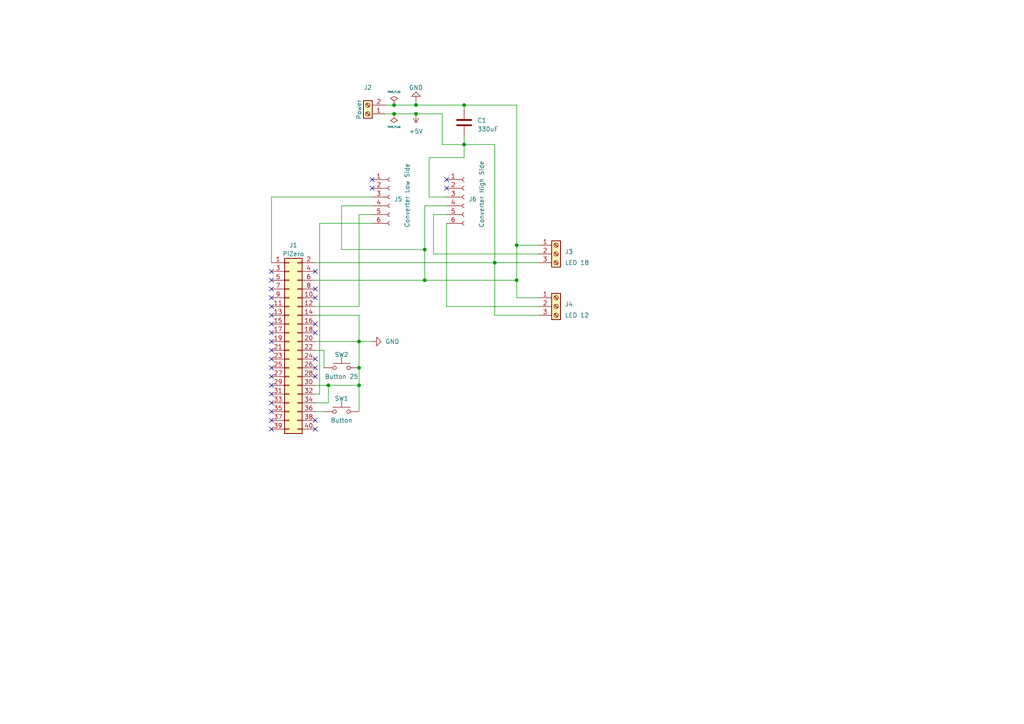
<source format=kicad_sch>
(kicad_sch (version 20230121) (generator eeschema)
  (paper "A4")
  (title_block (title "PiZero NeoPixel Controller") (date "2023-02-27") (rev "1.0") (company "Mountain Workshop"))
  (lib_symbols
    (symbol "Connector:Conn_01x06_Socket" (pin_names (offset 1.016) hide)
      (property "Reference" "J" (at 0 7.62 0))
      (property "Value" "Conn_01x06_Socket" (at 0 -10.16 0))
      (symbol "Conn_01x06_Socket_1_1"
        (arc (start 0 -7.112) (mid -0.5058 -7.62) (end 0 -8.128) (stroke (width 0.1524)))
        (arc (start 0 -4.572) (mid -0.5058 -5.08) (end 0 -5.588) (stroke (width 0.1524)))
        (arc (start 0 -2.032) (mid -0.5058 -2.54) (end 0 -3.048) (stroke (width 0.1524)))
        (polyline (pts (xy -1.27 -7.62) (xy -0.508 -7.62)) (stroke (width 0.1524)))
        (polyline (pts (xy -1.27 -5.08) (xy -0.508 -5.08)) (stroke (width 0.1524)))
        (polyline (pts (xy -1.27 -2.54) (xy -0.508 -2.54)) (stroke (width 0.1524)))
        (polyline (pts (xy -1.27 0) (xy -0.508 0)) (stroke (width 0.1524)))
        (polyline (pts (xy -1.27 2.54) (xy -0.508 2.54)) (stroke (width 0.1524)))
        (polyline (pts (xy -1.27 5.08) (xy -0.508 5.08)) (stroke (width 0.1524)))
        (arc (start 0 0.508) (mid -0.5058 0) (end 0 -0.508) (stroke (width 0.1524)))
        (arc (start 0 3.048) (mid -0.5058 2.54) (end 0 2.032) (stroke (width 0.1524)))
        (arc (start 0 5.588) (mid -0.5058 5.08) (end 0 4.572) (stroke (width 0.1524)))
        (pin passive line (at -5.08 5.08 0) (length 3.81) (name "Pin_1") (number "1"))
        (pin passive line (at -5.08 2.54 0) (length 3.81) (name "Pin_2") (number "2"))
        (pin passive line (at -5.08 0 0) (length 3.81) (name "Pin_3") (number "3"))
        (pin passive line (at -5.08 -2.54 0) (length 3.81) (name "Pin_4") (number "4"))
        (pin passive line (at -5.08 -5.08 0) (length 3.81) (name "Pin_5") (number "5"))
        (pin passive line (at -5.08 -7.62 0) (length 3.81) (name "Pin_6") (number "6"))
      )
    )
    (symbol "Connector:Screw_Terminal_01x02" (pin_names (offset 1.016) hide)
      (property "Reference" "J" (at 0 2.54 0))
      (property "Value" "Screw_Terminal_01x02" (at 0 -5.08 0))
      (symbol "Screw_Terminal_01x02_1_1"
        (rectangle (start -1.27 1.27) (end 1.27 -3.81) (stroke (width 0.254)) (fill (type background)))
        (circle (center 0 -2.54) (radius 0.635) (stroke (width 0.1524)))
        (polyline (pts (xy -0.5334 -2.2098) (xy 0.3302 -3.048)) (stroke (width 0.1524)))
        (polyline (pts (xy -0.5334 0.3302) (xy 0.3302 -0.508)) (stroke (width 0.1524)))
        (polyline (pts (xy -0.3556 -2.032) (xy 0.508 -2.8702)) (stroke (width 0.1524)))
        (polyline (pts (xy -0.3556 0.508) (xy 0.508 -0.3302)) (stroke (width 0.1524)))
        (circle (center 0 0) (radius 0.635) (stroke (width 0.1524)))
        (pin passive line (at -5.08 0 0) (length 3.81) (name "Pin_1") (number "1"))
        (pin passive line (at -5.08 -2.54 0) (length 3.81) (name "Pin_2") (number "2"))
      )
    )
    (symbol "Connector:Screw_Terminal_01x03" (pin_names (offset 1.016) hide)
      (property "Reference" "J" (at 0 5.08 0))
      (property "Value" "Screw_Terminal_01x03" (at 0 -5.08 0))
      (symbol "Screw_Terminal_01x03_1_1"
        (rectangle (start -1.27 3.81) (end 1.27 -3.81) (stroke (width 0.254)) (fill (type background)))
        (circle (center 0 -2.54) (radius 0.635) (stroke (width 0.1524)))
        (polyline (pts (xy -0.5334 -2.2098) (xy 0.3302 -3.048)) (stroke (width 0.1524)))
        (polyline (pts (xy -0.5334 0.3302) (xy 0.3302 -0.508)) (stroke (width 0.1524)))
        (polyline (pts (xy -0.5334 2.8702) (xy 0.3302 2.032)) (stroke (width 0.1524)))
        (polyline (pts (xy -0.3556 -2.032) (xy 0.508 -2.8702)) (stroke (width 0.1524)))
        (polyline (pts (xy -0.3556 0.508) (xy 0.508 -0.3302)) (stroke (width 0.1524)))
        (polyline (pts (xy -0.3556 3.048) (xy 0.508 2.2098)) (stroke (width 0.1524)))
        (circle (center 0 0) (radius 0.635) (stroke (width 0.1524)))
        (circle (center 0 2.54) (radius 0.635) (stroke (width 0.1524)))
        (pin passive line (at -5.08 2.54 0) (length 3.81) (name "Pin_1") (number "1"))
        (pin passive line (at -5.08 0 0) (length 3.81) (name "Pin_2") (number "2"))
        (pin passive line (at -5.08 -2.54 0) (length 3.81) (name "Pin_3") (number "3"))
      )
    )
    (symbol "Connector_Generic:Conn_02x20_Odd_Even" (pin_names (offset 1.016) hide)
      (property "Reference" "J" (at 1.27 25.4 0))
      (property "Value" "Conn_02x20_Odd_Even" (at 1.27 -27.94 0))
      (symbol "Conn_02x20_Odd_Even_1_1"
        (rectangle (start -1.27 -25.273) (end 0 -25.527) (stroke (width 0.1524)))
        (rectangle (start -1.27 -22.733) (end 0 -22.987) (stroke (width 0.1524)))
        (rectangle (start -1.27 -20.193) (end 0 -20.447) (stroke (width 0.1524)))
        (rectangle (start -1.27 -17.653) (end 0 -17.907) (stroke (width 0.1524)))
        (rectangle (start -1.27 -15.113) (end 0 -15.367) (stroke (width 0.1524)))
        (rectangle (start -1.27 -12.573) (end 0 -12.827) (stroke (width 0.1524)))
        (rectangle (start -1.27 -10.033) (end 0 -10.287) (stroke (width 0.1524)))
        (rectangle (start -1.27 -7.493) (end 0 -7.747) (stroke (width 0.1524)))
        (rectangle (start -1.27 -4.953) (end 0 -5.207) (stroke (width 0.1524)))
        (rectangle (start -1.27 -2.413) (end 0 -2.667) (stroke (width 0.1524)))
        (rectangle (start -1.27 0.127) (end 0 -0.127) (stroke (width 0.1524)))
        (rectangle (start -1.27 2.667) (end 0 2.413) (stroke (width 0.1524)))
        (rectangle (start -1.27 5.207) (end 0 4.953) (stroke (width 0.1524)))
        (rectangle (start -1.27 7.747) (end 0 7.493) (stroke (width 0.1524)))
        (rectangle (start -1.27 10.287) (end 0 10.033) (stroke (width 0.1524)))
        (rectangle (start -1.27 12.827) (end 0 12.573) (stroke (width 0.1524)))
        (rectangle (start -1.27 15.367) (end 0 15.113) (stroke (width 0.1524)))
        (rectangle (start -1.27 17.907) (end 0 17.653) (stroke (width 0.1524)))
        (rectangle (start -1.27 20.447) (end 0 20.193) (stroke (width 0.1524)))
        (rectangle (start -1.27 22.987) (end 0 22.733) (stroke (width 0.1524)))
        (rectangle (start -1.27 24.13) (end 3.81 -26.67) (stroke (width 0.254)) (fill (type background)))
        (rectangle (start 3.81 -25.273) (end 2.54 -25.527) (stroke (width 0.1524)))
        (rectangle (start 3.81 -22.733) (end 2.54 -22.987) (stroke (width 0.1524)))
        (rectangle (start 3.81 -20.193) (end 2.54 -20.447) (stroke (width 0.1524)))
        (rectangle (start 3.81 -17.653) (end 2.54 -17.907) (stroke (width 0.1524)))
        (rectangle (start 3.81 -15.113) (end 2.54 -15.367) (stroke (width 0.1524)))
        (rectangle (start 3.81 -12.573) (end 2.54 -12.827) (stroke (width 0.1524)))
        (rectangle (start 3.81 -10.033) (end 2.54 -10.287) (stroke (width 0.1524)))
        (rectangle (start 3.81 -7.493) (end 2.54 -7.747) (stroke (width 0.1524)))
        (rectangle (start 3.81 -4.953) (end 2.54 -5.207) (stroke (width 0.1524)))
        (rectangle (start 3.81 -2.413) (end 2.54 -2.667) (stroke (width 0.1524)))
        (rectangle (start 3.81 0.127) (end 2.54 -0.127) (stroke (width 0.1524)))
        (rectangle (start 3.81 2.667) (end 2.54 2.413) (stroke (width 0.1524)))
        (rectangle (start 3.81 5.207) (end 2.54 4.953) (stroke (width 0.1524)))
        (rectangle (start 3.81 7.747) (end 2.54 7.493) (stroke (width 0.1524)))
        (rectangle (start 3.81 10.287) (end 2.54 10.033) (stroke (width 0.1524)))
        (rectangle (start 3.81 12.827) (end 2.54 12.573) (stroke (width 0.1524)))
        (rectangle (start 3.81 15.367) (end 2.54 15.113) (stroke (width 0.1524)))
        (rectangle (start 3.81 17.907) (end 2.54 17.653) (stroke (width 0.1524)))
        (rectangle (start 3.81 20.447) (end 2.54 20.193) (stroke (width 0.1524)))
        (rectangle (start 3.81 22.987) (end 2.54 22.733) (stroke (width 0.1524)))
        (pin passive line (at -5.08 22.86 0) (length 3.81) (name "Pin_1") (number "1"))
        (pin passive line (at 7.62 12.7 180) (length 3.81) (name "Pin_10") (number "10"))
        (pin passive line (at -5.08 10.16 0) (length 3.81) (name "Pin_11") (number "11"))
        (pin passive line (at 7.62 10.16 180) (length 3.81) (name "Pin_12") (number "12"))
        (pin passive line (at -5.08 7.62 0) (length 3.81) (name "Pin_13") (number "13"))
        (pin passive line (at 7.62 7.62 180) (length 3.81) (name "Pin_14") (number "14"))
        (pin passive line (at -5.08 5.08 0) (length 3.81) (name "Pin_15") (number "15"))
        (pin passive line (at 7.62 5.08 180) (length 3.81) (name "Pin_16") (number "16"))
        (pin passive line (at -5.08 2.54 0) (length 3.81) (name "Pin_17") (number "17"))
        (pin passive line (at 7.62 2.54 180) (length 3.81) (name "Pin_18") (number "18"))
        (pin passive line (at -5.08 0 0) (length 3.81) (name "Pin_19") (number "19"))
        (pin passive line (at 7.62 22.86 180) (length 3.81) (name "Pin_2") (number "2"))
        (pin passive line (at 7.62 0 180) (length 3.81) (name "Pin_20") (number "20"))
        (pin passive line (at -5.08 -2.54 0) (length 3.81) (name "Pin_21") (number "21"))
        (pin passive line (at 7.62 -2.54 180) (length 3.81) (name "Pin_22") (number "22"))
        (pin passive line (at -5.08 -5.08 0) (length 3.81) (name "Pin_23") (number "23"))
        (pin passive line (at 7.62 -5.08 180) (length 3.81) (name "Pin_24") (number "24"))
        (pin passive line (at -5.08 -7.62 0) (length 3.81) (name "Pin_25") (number "25"))
        (pin passive line (at 7.62 -7.62 180) (length 3.81) (name "Pin_26") (number "26"))
        (pin passive line (at -5.08 -10.16 0) (length 3.81) (name "Pin_27") (number "27"))
        (pin passive line (at 7.62 -10.16 180) (length 3.81) (name "Pin_28") (number "28"))
        (pin passive line (at -5.08 -12.7 0) (length 3.81) (name "Pin_29") (number "29"))
        (pin passive line (at -5.08 20.32 0) (length 3.81) (name "Pin_3") (number "3"))
        (pin passive line (at 7.62 -12.7 180) (length 3.81) (name "Pin_30") (number "30"))
        (pin passive line (at -5.08 -15.24 0) (length 3.81) (name "Pin_31") (number "31"))
        (pin passive line (at 7.62 -15.24 180) (length 3.81) (name "Pin_32") (number "32"))
        (pin passive line (at -5.08 -17.78 0) (length 3.81) (name "Pin_33") (number "33"))
        (pin passive line (at 7.62 -17.78 180) (length 3.81) (name "Pin_34") (number "34"))
        (pin passive line (at -5.08 -20.32 0) (length 3.81) (name "Pin_35") (number "35"))
        (pin passive line (at 7.62 -20.32 180) (length 3.81) (name "Pin_36") (number "36"))
        (pin passive line (at -5.08 -22.86 0) (length 3.81) (name "Pin_37") (number "37"))
        (pin passive line (at 7.62 -22.86 180) (length 3.81) (name "Pin_38") (number "38"))
        (pin passive line (at -5.08 -25.4 0) (length 3.81) (name "Pin_39") (number "39"))
        (pin passive line (at 7.62 20.32 180) (length 3.81) (name "Pin_4") (number "4"))
        (pin passive line (at 7.62 -25.4 180) (length 3.81) (name "Pin_40") (number "40"))
        (pin passive line (at -5.08 17.78 0) (length 3.81) (name "Pin_5") (number "5"))
        (pin passive line (at 7.62 17.78 180) (length 3.81) (name "Pin_6") (number "6"))
        (pin passive line (at -5.08 15.24 0) (length 3.81) (name "Pin_7") (number "7"))
        (pin passive line (at 7.62 15.24 180) (length 3.81) (name "Pin_8") (number "8"))
        (pin passive line (at -5.08 12.7 0) (length 3.81) (name "Pin_9") (number "9"))
      )
    )
    (symbol "Device:C" (pin_numbers hide) (pin_names (offset 0.254))
      (property "Reference" "C" (at 0.635 2.54 0))
      (property "Value" "C" (at 0.635 -2.54 0))
      (symbol "C_0_1"
        (polyline (pts (xy -2.032 -0.762) (xy 2.032 -0.762)) (stroke (width 0.508)))
        (polyline (pts (xy -2.032 0.762) (xy 2.032 0.762)) (stroke (width 0.508)))
      )
      (symbol "C_1_1"
        (pin passive line (at 0 3.81 270) (length 2.794) (name "~") (number "1"))
        (pin passive line (at 0 -3.81 90) (length 2.794) (name "~") (number "2"))
      )
    )
    (symbol "Switch:SW_Push" (pin_numbers hide) (pin_names (offset 1.016) hide)
      (property "Reference" "SW" (at 1.27 2.54 0))
      (property "Value" "SW_Push" (at 0 -1.524 0))
      (symbol "SW_Push_0_1"
        (circle (center -2.032 0) (radius 0.508))
        (polyline (pts (xy 0 1.27) (xy 0 3.048)))
        (polyline (pts (xy 2.54 1.27) (xy -2.54 1.27)))
        (circle (center 2.032 0) (radius 0.508))
        (pin passive line (at -5.08 0 0) (length 2.54) (name "1") (number "1"))
        (pin passive line (at 5.08 0 180) (length 2.54) (name "2") (number "2"))
      )
    )
    (symbol "power:+5V" (power) (pin_names (offset 0))
      (property "Value" "+5V" (at 0 3.556 0))
      (symbol "+5V_0_1"
        (polyline (pts (xy -0.762 1.27) (xy 0 2.54)))
        (polyline (pts (xy 0 0) (xy 0 2.54)))
        (polyline (pts (xy 0 2.54) (xy 0.762 1.27)))
      )
      (symbol "+5V_1_1"
        (pin power_in line (at 0 0 90) (length 0) hide (name "+5V") (number "1"))
      )
    )
    (symbol "power:GND" (power) (pin_names (offset 0))
      (property "Value" "GND" (at 0 -3.81 0))
      (symbol "GND_0_1"
        (polyline (pts (xy 0 0) (xy 0 -1.27) (xy 1.27 -1.27) (xy 0 -2.54) (xy -1.27 -1.27) (xy 0 -1.27)))
      )
      (symbol "GND_1_1"
        (pin power_in line (at 0 0 270) (length 0) hide (name "GND") (number "1"))
      )
    )
    (symbol "power:PWR_FLAG" (power) (pin_numbers hide) (pin_names (offset 0) hide)
      (property "Value" "PWR_FLAG" (at 0 3.81 0))
      (symbol "PWR_FLAG_0_0"
        (pin power_out line (at 0 0 90) (length 0) (name "pwr") (number "1"))
      )
      (symbol "PWR_FLAG_0_1"
        (polyline (pts (xy 0 0) (xy 0 1.27) (xy -1.016 1.905) (xy 0 2.54) (xy 1.016 1.905) (xy 0 1.27)))
      )
    )
  )
  (junction (at 104.14 106.68))
  (junction (at 114.3 33.02))
  (junction (at 143.51 76.2))
  (junction (at 123.19 81.28))
  (junction (at 120.65 30.48))
  (junction (at 134.62 30.48))
  (junction (at 120.65 33.02))
  (junction (at 114.3 30.48))
  (junction (at 149.86 71.12))
  (junction (at 95.25 111.76))
  (junction (at 104.14 99.06))
  (junction (at 134.62 41.91))
  (junction (at 123.19 72.39))
  (junction (at 104.14 111.76))
  (junction (at 149.86 81.28))
  (no_connect (at 78.74 83.82))
  (no_connect (at 129.54 54.61))
  (no_connect (at 78.74 101.6))
  (no_connect (at 91.44 78.74))
  (no_connect (at 91.44 93.98))
  (no_connect (at 78.74 93.98))
  (no_connect (at 78.74 88.9))
  (no_connect (at 78.74 116.84))
  (no_connect (at 78.74 114.3))
  (no_connect (at 78.74 81.28))
  (no_connect (at 107.95 54.61))
  (no_connect (at 91.44 86.36))
  (no_connect (at 129.54 52.07))
  (no_connect (at 78.74 119.38))
  (no_connect (at 78.74 91.44))
  (no_connect (at 78.74 78.74))
  (no_connect (at 91.44 106.68))
  (no_connect (at 78.74 86.36))
  (no_connect (at 78.74 106.68))
  (no_connect (at 91.44 109.22))
  (no_connect (at 78.74 124.46))
  (no_connect (at 91.44 121.92))
  (no_connect (at 91.44 124.46))
  (no_connect (at 107.95 52.07))
  (no_connect (at 78.74 109.22))
  (no_connect (at 78.74 96.52))
  (no_connect (at 91.44 104.14))
  (no_connect (at 91.44 83.82))
  (no_connect (at 78.74 111.76))
  (no_connect (at 78.74 99.06))
  (no_connect (at 91.44 96.52))
  (no_connect (at 78.74 121.92))
  (no_connect (at 78.74 104.14))
  (wire (pts (xy 91.44 81.28) (xy 123.19 81.28)))
  (wire (pts (xy 91.44 76.2) (xy 143.51 76.2)))
  (wire (pts (xy 156.21 73.66) (xy 125.73 73.66)))
  (wire (pts (xy 156.21 86.36) (xy 149.86 86.36)))
  (wire (pts (xy 120.65 30.48) (xy 134.62 30.48)))
  (wire (pts (xy 149.86 30.48) (xy 149.86 71.12)))
  (wire (pts (xy 111.76 30.48) (xy 114.3 30.48)))
  (wire (pts (xy 91.44 99.06) (xy 104.14 99.06)))
  (wire (pts (xy 91.44 111.76) (xy 95.25 111.76)))
  (wire (pts (xy 91.44 116.84) (xy 95.25 116.84)))
  (wire (pts (xy 95.25 116.84) (xy 95.25 111.76)))
  (wire (pts (xy 123.19 59.69) (xy 123.19 72.39)))
  (wire (pts (xy 134.62 41.91) (xy 143.51 41.91)))
  (wire (pts (xy 149.86 71.12) (xy 149.86 81.28)))
  (wire (pts (xy 114.3 33.02) (xy 120.65 33.02)))
  (wire (pts (xy 124.46 45.72) (xy 124.46 57.15)))
  (wire (pts (xy 129.54 88.9) (xy 129.54 64.77)))
  (wire (pts (xy 104.14 88.9) (xy 104.14 62.23)))
  (wire (pts (xy 156.21 91.44) (xy 143.51 91.44)))
  (wire (pts (xy 95.25 111.76) (xy 104.14 111.76)))
  (wire (pts (xy 143.51 91.44) (xy 143.51 76.2)))
  (wire (pts (xy 134.62 45.72) (xy 134.62 41.91)))
  (wire (pts (xy 123.19 72.39) (xy 123.19 81.28)))
  (wire (pts (xy 134.62 39.37) (xy 134.62 41.91)))
  (wire (pts (xy 129.54 59.69) (xy 123.19 59.69)))
  (wire (pts (xy 91.44 88.9) (xy 104.14 88.9)))
  (wire (pts (xy 149.86 86.36) (xy 149.86 81.28)))
  (wire (pts (xy 143.51 76.2) (xy 156.21 76.2)))
  (wire (pts (xy 93.98 101.6) (xy 93.98 106.68)))
  (wire (pts (xy 104.14 91.44) (xy 91.44 91.44)))
  (wire (pts (xy 99.06 59.69) (xy 99.06 72.39)))
  (wire (pts (xy 92.71 114.3) (xy 91.44 114.3)))
  (wire (pts (xy 104.14 99.06) (xy 107.95 99.06)))
  (wire (pts (xy 134.62 30.48) (xy 149.86 30.48)))
  (wire (pts (xy 120.65 29.21) (xy 120.65 30.48)))
  (wire (pts (xy 107.95 59.69) (xy 99.06 59.69)))
  (wire (pts (xy 104.14 99.06) (xy 104.14 106.68)))
  (wire (pts (xy 104.14 106.68) (xy 104.14 111.76)))
  (wire (pts (xy 124.46 57.15) (xy 129.54 57.15)))
  (wire (pts (xy 149.86 71.12) (xy 156.21 71.12)))
  (wire (pts (xy 104.14 91.44) (xy 104.14 99.06)))
  (wire (pts (xy 156.21 88.9) (xy 129.54 88.9)))
  (wire (pts (xy 123.19 81.28) (xy 149.86 81.28)))
  (wire (pts (xy 111.76 33.02) (xy 114.3 33.02)))
  (wire (pts (xy 91.44 101.6) (xy 93.98 101.6)))
  (wire (pts (xy 143.51 41.91) (xy 143.51 76.2)))
  (wire (pts (xy 128.27 33.02) (xy 128.27 41.91)))
  (wire (pts (xy 78.74 57.15) (xy 78.74 76.2)))
  (wire (pts (xy 107.95 64.77) (xy 92.71 64.77)))
  (wire (pts (xy 128.27 41.91) (xy 134.62 41.91)))
  (wire (pts (xy 125.73 62.23) (xy 129.54 62.23)))
  (wire (pts (xy 124.46 45.72) (xy 134.62 45.72)))
  (wire (pts (xy 92.71 64.77) (xy 92.71 114.3)))
  (wire (pts (xy 104.14 111.76) (xy 104.14 119.38)))
  (wire (pts (xy 104.14 62.23) (xy 107.95 62.23)))
  (wire (pts (xy 91.44 119.38) (xy 93.98 119.38)))
  (wire (pts (xy 120.65 33.02) (xy 128.27 33.02)))
  (wire (pts (xy 99.06 72.39) (xy 123.19 72.39)))
  (wire (pts (xy 125.73 73.66) (xy 125.73 62.23)))
  (wire (pts (xy 134.62 30.48) (xy 134.62 31.75)))
  (wire (pts (xy 114.3 30.48) (xy 120.65 30.48)))
  (wire (pts (xy 78.74 57.15) (xy 107.95 57.15)))
  (symbol (lib_id "Connector_Generic:Conn_02x20_Odd_Even") (at 83.82 99.06 0) (unit 1)
    (property "Reference" "J1" (at 85.09 71.12 0))
    (property "Value" "PiZero" (at 85.09 73.66 0))
    (property "Footprint" "Connector_PinSocket_2.54mm:PinSocket_2x20_P2.54mm_Vertical" (effects hide))
  )
  (symbol (lib_id "Connector:Conn_01x06_Socket") (at 113.03 57.15 0) (unit 1)
    (property "Reference" "J5" (at 114.3 57.785 0) (effects (justify left)))
    (property "Value" "Converter Low Side" (at 118.11 66.04 90) (effects (justify left)))
    (property "Footprint" "Connector_PinSocket_2.54mm:PinSocket_1x06_P2.54mm_Vertical" (effects hide))
  )
  (symbol (lib_id "power:GND") (at 120.65 29.21 180) (unit 1)
    (property "Reference" "#PWR01" (effects hide))
    (property "Value" "GND" (at 120.65 25.4 0))
  )
  (symbol (lib_id "power:PWR_FLAG") (at 114.3 33.02 180) (unit 1)
    (property "Reference" "#FLG02" (effects hide))
    (property "Value" "PWR_FLAG" (at 114.3 36.83 0) (effects (font (size 0.5 0.5))))
  )
  (symbol (lib_id "Switch:SW_Push") (at 99.06 119.38 0) (unit 1)
    (property "Reference" "SW1" (at 99.06 115.57 0))
    (property "Value" "Button" (at 99.06 121.92 0))
    (property "Footprint" "Button_Switch_THT:SW_PUSH_6mm_H9.5mm" (effects hide))
  )
  (symbol (lib_id "Connector:Screw_Terminal_01x03") (at 161.29 88.9 0) (unit 1)
    (property "Reference" "J4" (at 163.83 88.265 0) (effects (justify left)))
    (property "Value" "LED 12" (at 163.83 91.44 0) (effects (justify left)))
    (property "Footprint" "TerminalBlock_TE-Connectivity:TerminalBlock_TE_282834-3_1x03_P2.54mm_Horizontal" (effects hide))
  )
  (symbol (lib_id "power:+5V") (at 120.65 33.02 180) (unit 1)
    (property "Reference" "#PWR05" (effects hide))
    (property "Value" "+5V" (at 120.65 38.1 0))
  )
  (symbol (lib_id "Connector:Screw_Terminal_01x03") (at 161.29 73.66 0) (unit 1)
    (property "Reference" "J3" (at 163.83 73.025 0) (effects (justify left)))
    (property "Value" "LED 18" (at 163.83 76.2 0) (effects (justify left)))
    (property "Footprint" "TerminalBlock_TE-Connectivity:TerminalBlock_TE_282834-3_1x03_P2.54mm_Horizontal" (effects hide))
  )
  (symbol (lib_id "Switch:SW_Push") (at 99.06 106.68 0) (unit 1)
    (property "Reference" "SW2" (at 99.06 102.87 0))
    (property "Value" "Button 25" (at 99.06 109.22 0))
    (property "Footprint" "Button_Switch_THT:SW_PUSH_6mm_H9.5mm" (effects hide))
  )
  (symbol (lib_id "power:PWR_FLAG") (at 114.3 30.48 0) (unit 1)
    (property "Reference" "#FLG01" (effects hide))
    (property "Value" "PWR_FLAG" (at 114.3 26.67 0) (effects (font (size 0.5 0.5))))
  )
  (symbol (lib_id "Connector:Conn_01x06_Socket") (at 134.62 57.15 0) (unit 1)
    (property "Reference" "J6" (at 135.89 57.785 0) (effects (justify left)))
    (property "Value" "Converter High Side" (at 139.7 66.04 90) (effects (justify left)))
    (property "Footprint" "Connector_PinSocket_2.54mm:PinSocket_1x06_P2.54mm_Vertical" (effects hide))
  )
  (symbol (lib_id "Device:C") (at 134.62 35.56 180) (unit 1)
    (property "Reference" "C1" (at 138.43 34.925 0) (effects (justify right)))
    (property "Value" "330uF" (at 138.43 37.465 0) (effects (justify right)))
    (property "Footprint" "Capacitor_THT:CP_Radial_D10.0mm_P5.00mm" (effects hide))
  )
  (symbol (lib_id "power:GND") (at 107.95 99.06 90) (unit 1)
    (property "Reference" "#PWR04" (effects hide))
    (property "Value" "GND" (at 111.76 99.06 90) (effects (justify right)))
  )
  (symbol (lib_id "Connector:Screw_Terminal_01x02") (at 106.68 33.02 180) (unit 1)
    (property "Reference" "J2" (at 106.68 25.4 0))
    (property "Value" "Power" (at 104.14 31.75 90))
    (property "Footprint" "TerminalBlock_TE-Connectivity:TerminalBlock_TE_282834-2_1x02_P2.54mm_Horizontal" (effects hide))
  )
)
</source>
